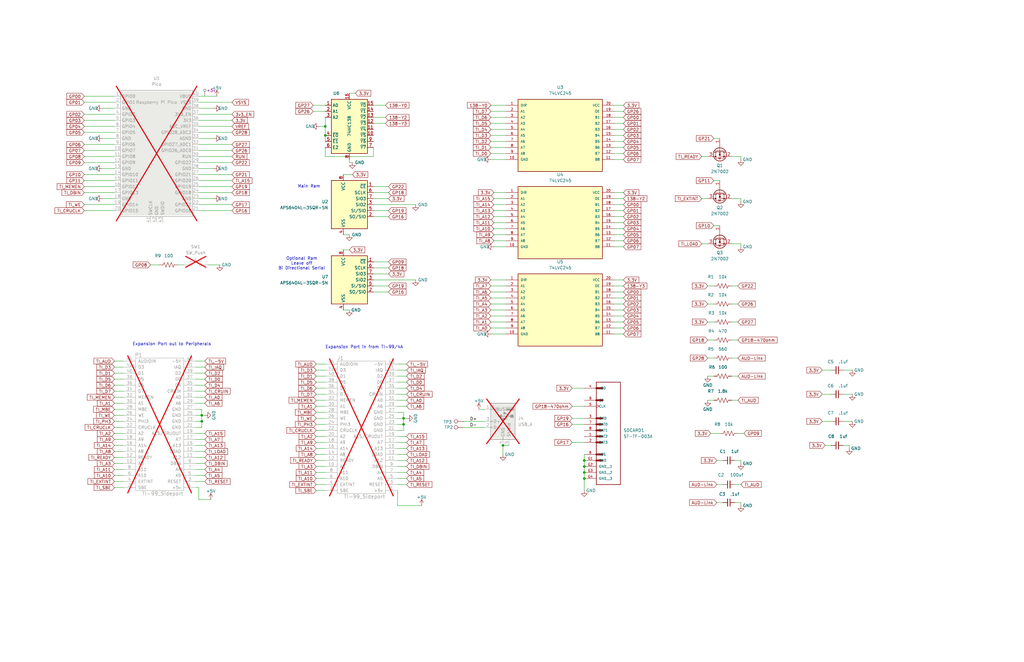
<source format=kicad_sch>
(kicad_sch (version 20231120) (generator "eeschema") (generator_version "8.0")
  (paper "B")
  (title_block (title "PPEB adapter for Speech Synth. Case") (date "2025-01-28") (rev "dabone-remix"))
  (junction (at 137.16 53.34))
  (junction (at 246.38 196.85))
  (junction (at 246.38 199.39))
  (junction (at 246.38 201.93))
  (junction (at 85.09 177.8))
  (junction (at 137.16 57.15))
  (junction (at 170.18 179.07))
  (junction (at 85.09 175.26))
  (junction (at 170.18 176.53))
  (junction (at 246.38 194.31))
  (junction (at 212.09 187.96))
  (wire (pts (xy 259.08 140.97) (xy 262.89 140.97)))
  (wire (pts (xy 35.56 76.2) (xy 48.26 76.2)))
  (wire (pts (xy 137.16 176.53) (xy 133.35 176.53)))
  (wire (pts (xy 195.58 177.8) (xy 204.47 177.8)))
  (wire (pts (xy 132.08 44.45) (xy 137.16 44.45)))
  (wire (pts (xy 157.48 86.36) (xy 175.26 86.36)))
  (wire (pts (xy 308.61 128.27) (xy 311.15 128.27)))
  (wire (pts (xy 52.07 175.26) (xy 48.26 175.26)))
  (wire (pts (xy 137.16 186.69) (xy 133.35 186.69)))
  (wire (pts (xy 207.01 130.81) (xy 213.36 130.81)))
  (wire (pts (xy 83.82 66.04) (xy 97.79 66.04)))
  (wire (pts (xy 207.01 46.99) (xy 213.36 46.99)))
  (wire (pts (xy 137.16 171.45) (xy 133.35 171.45)))
  (wire (pts (xy 157.48 118.11) (xy 175.26 118.11)))
  (wire (pts (xy 259.08 123.19) (xy 262.89 123.19)))
  (wire (pts (xy 295.91 102.87) (xy 298.45 102.87)))
  (wire (pts (xy 358.14 187.96) (xy 355.6 187.96)))
  (wire (pts (xy 312.42 104.14) (xy 312.42 102.87)))
  (wire (pts (xy 35.56 78.74) (xy 48.26 78.74)))
  (wire (pts (xy 355.6 156.21) (xy 359.41 156.21)))
  (wire (pts (xy 83.82 48.26) (xy 97.79 48.26)))
  (wire (pts (xy 35.56 40.64) (xy 48.26 40.64)))
  (wire (pts (xy 308.61 158.75) (xy 311.15 158.75)))
  (wire (pts (xy 295.91 83.82) (xy 298.45 83.82)))
  (wire (pts (xy 137.16 49.53) (xy 137.16 53.34)))
  (wire (pts (xy 312.42 85.09) (xy 312.42 83.82)))
  (wire (pts (xy 346.71 156.21) (xy 350.52 156.21)))
  (wire (pts (xy 259.08 57.15) (xy 262.89 57.15)))
  (wire (pts (xy 52.07 198.12) (xy 48.26 198.12)))
  (wire (pts (xy 52.07 185.42) (xy 48.26 185.42)))
  (wire (pts (xy 308.61 168.91) (xy 311.15 168.91)))
  (wire (pts (xy 241.3 186.69) (xy 246.38 186.69)))
  (wire (pts (xy 157.48 91.44) (xy 163.83 91.44)))
  (wire (pts (xy 157.48 123.19) (xy 163.83 123.19)))
  (wire (pts (xy 259.08 128.27) (xy 262.89 128.27)))
  (wire (pts (xy 85.09 177.8) (xy 85.09 180.34)))
  (wire (pts (xy 167.64 176.53) (xy 170.18 176.53)))
  (wire (pts (xy 43.18 83.82) (xy 48.26 83.82)))
  (wire (pts (xy 82.55 160.02) (xy 86.36 160.02)))
  (wire (pts (xy 298.45 120.65) (xy 300.99 120.65)))
  (wire (pts (xy 133.35 173.99) (xy 137.16 173.99)))
  (wire (pts (xy 207.01 118.11) (xy 213.36 118.11)))
  (wire (pts (xy 132.08 46.99) (xy 137.16 46.99)))
  (wire (pts (xy 298.45 128.27) (xy 300.99 128.27)))
  (wire (pts (xy 82.55 162.56) (xy 86.36 162.56)))
  (wire (pts (xy 312.42 83.82) (xy 308.61 83.82)))
  (wire (pts (xy 246.38 194.31) (xy 246.38 196.85)))
  (wire (pts (xy 48.26 154.94) (xy 52.07 154.94)))
  (wire (pts (xy 83.82 76.2) (xy 97.79 76.2)))
  (wire (pts (xy 298.45 151.13) (xy 300.99 151.13)))
  (wire (pts (xy 167.64 166.37) (xy 171.45 166.37)))
  (wire (pts (xy 167.64 213.36) (xy 177.8 213.36)))
  (wire (pts (xy 82.55 175.26) (xy 85.09 175.26)))
  (wire (pts (xy 43.18 71.12) (xy 48.26 71.12)))
  (wire (pts (xy 48.26 177.8) (xy 52.07 177.8)))
  (wire (pts (xy 309.88 204.47) (xy 312.42 204.47)))
  (wire (pts (xy 85.09 175.26) (xy 85.09 177.8)))
  (wire (pts (xy 35.56 43.18) (xy 48.26 43.18)))
  (wire (pts (xy 298.45 143.51) (xy 300.99 143.51)))
  (wire (pts (xy 207.01 128.27) (xy 213.36 128.27)))
  (wire (pts (xy 259.08 125.73) (xy 262.89 125.73)))
  (wire (pts (xy 35.56 50.8) (xy 48.26 50.8)))
  (wire (pts (xy 170.18 176.53) (xy 170.18 179.07)))
  (wire (pts (xy 48.26 193.04) (xy 52.07 193.04)))
  (wire (pts (xy 157.48 83.82) (xy 163.83 83.82)))
  (wire (pts (xy 63.5 111.76) (xy 67.31 111.76)))
  (wire (pts (xy 83.82 45.72) (xy 90.17 45.72)))
  (wire (pts (xy 259.08 86.36) (xy 262.89 86.36)))
  (wire (pts (xy 259.08 133.35) (xy 262.89 133.35)))
  (wire (pts (xy 82.55 198.12) (xy 86.36 198.12)))
  (wire (pts (xy 137.16 199.39) (xy 133.35 199.39)))
  (wire (pts (xy 167.64 207.01) (xy 167.64 213.36)))
  (wire (pts (xy 48.26 152.4) (xy 52.07 152.4)))
  (wire (pts (xy 259.08 59.69) (xy 262.89 59.69)))
  (wire (pts (xy 358.14 189.23) (xy 358.14 187.96)))
  (wire (pts (xy 52.07 200.66) (xy 48.26 200.66)))
  (wire (pts (xy 133.35 194.31) (xy 137.16 194.31)))
  (wire (pts (xy 157.48 52.07) (xy 162.56 52.07)))
  (wire (pts (xy 82.55 165.1) (xy 86.36 165.1)))
  (wire (pts (xy 302.26 212.09) (xy 304.8 212.09)))
  (wire (pts (xy 157.48 49.53) (xy 162.56 49.53)))
  (wire (pts (xy 82.55 182.88) (xy 86.36 182.88)))
  (wire (pts (xy 82.55 205.74) (xy 83.82 205.74)))
  (wire (pts (xy 207.01 49.53) (xy 213.36 49.53)))
  (wire (pts (xy 302.26 204.47) (xy 304.8 204.47)))
  (wire (pts (xy 52.07 180.34) (xy 48.26 180.34)))
  (wire (pts (xy 83.82 58.42) (xy 90.17 58.42)))
  (wire (pts (xy 137.16 53.34) (xy 137.16 57.15)))
  (wire (pts (xy 355.6 166.37) (xy 359.41 166.37)))
  (wire (pts (xy 295.91 66.04) (xy 298.45 66.04)))
  (wire (pts (xy 207.01 120.65) (xy 213.36 120.65)))
  (wire (pts (xy 259.08 54.61) (xy 262.89 54.61)))
  (wire (pts (xy 85.09 180.34) (xy 82.55 180.34)))
  (wire (pts (xy 133.35 163.83) (xy 137.16 163.83)))
  (wire (pts (xy 259.08 135.89) (xy 262.89 135.89)))
  (wire (pts (xy 137.16 191.77) (xy 133.35 191.77)))
  (wire (pts (xy 170.18 179.07) (xy 170.18 181.61)))
  (wire (pts (xy 83.82 63.5) (xy 97.79 63.5)))
  (wire (pts (xy 167.64 201.93) (xy 171.45 201.93)))
  (wire (pts (xy 167.64 163.83) (xy 171.45 163.83)))
  (wire (pts (xy 157.48 81.28) (xy 163.83 81.28)))
  (wire (pts (xy 43.18 45.72) (xy 48.26 45.72)))
  (wire (pts (xy 167.64 158.75) (xy 171.45 158.75)))
  (wire (pts (xy 312.42 66.04) (xy 308.61 66.04)))
  (wire (pts (xy 133.35 179.07) (xy 137.16 179.07)))
  (wire (pts (xy 83.82 68.58) (xy 97.79 68.58)))
  (wire (pts (xy 312.42 102.87) (xy 308.61 102.87)))
  (wire (pts (xy 208.28 86.36) (xy 213.36 86.36)))
  (wire (pts (xy 300.99 58.42) (xy 303.53 58.42)))
  (wire (pts (xy 137.16 189.23) (xy 133.35 189.23)))
  (wire (pts (xy 52.07 190.5) (xy 48.26 190.5)))
  (wire (pts (xy 137.16 66.04) (xy 157.48 66.04)))
  (wire (pts (xy 259.08 88.9) (xy 262.89 88.9)))
  (wire (pts (xy 74.93 111.76) (xy 77.47 111.76)))
  (wire (pts (xy 208.28 96.52) (xy 213.36 96.52)))
  (wire (pts (xy 167.64 168.91) (xy 171.45 168.91)))
  (wire (pts (xy 52.07 167.64) (xy 48.26 167.64)))
  (wire (pts (xy 83.82 83.82) (xy 90.17 83.82)))
  (wire (pts (xy 207.01 67.31) (xy 213.36 67.31)))
  (wire (pts (xy 52.07 170.18) (xy 48.26 170.18)))
  (wire (pts (xy 355.6 177.8) (xy 359.41 177.8)))
  (wire (pts (xy 83.82 88.9) (xy 97.79 88.9)))
  (wire (pts (xy 82.55 177.8) (xy 85.09 177.8)))
  (wire (pts (xy 82.55 152.4) (xy 86.36 152.4)))
  (wire (pts (xy 309.88 212.09) (xy 312.42 212.09)))
  (wire (pts (xy 259.08 49.53) (xy 262.89 49.53)))
  (wire (pts (xy 133.35 156.21) (xy 137.16 156.21)))
  (wire (pts (xy 157.48 62.23) (xy 157.48 66.04)))
  (wire (pts (xy 147.32 68.58) (xy 147.32 67.31)))
  (wire (pts (xy 137.16 181.61) (xy 133.35 181.61)))
  (wire (pts (xy 133.35 153.67) (xy 137.16 153.67)))
  (wire (pts (xy 299.72 182.88) (xy 303.53 182.88)))
  (wire (pts (xy 207.01 54.61) (xy 213.36 54.61)))
  (wire (pts (xy 259.08 52.07) (xy 262.89 52.07)))
  (wire (pts (xy 212.09 187.96) (xy 212.09 191.77)))
  (wire (pts (xy 83.82 40.64) (xy 91.44 40.64)))
  (wire (pts (xy 83.82 81.28) (xy 97.79 81.28)))
  (wire (pts (xy 137.16 168.91) (xy 133.35 168.91)))
  (wire (pts (xy 259.08 81.28) (xy 262.89 81.28)))
  (wire (pts (xy 195.58 180.34) (xy 204.47 180.34)))
  (wire (pts (xy 133.35 204.47) (xy 137.16 204.47)))
  (wire (pts (xy 35.56 81.28) (xy 48.26 81.28)))
  (wire (pts (xy 157.48 113.03) (xy 163.83 113.03)))
  (wire (pts (xy 157.48 120.65) (xy 163.83 120.65)))
  (wire (pts (xy 167.64 194.31) (xy 171.45 194.31)))
  (wire (pts (xy 35.56 48.26) (xy 48.26 48.26)))
  (wire (pts (xy 83.82 53.34) (xy 97.79 53.34)))
  (wire (pts (xy 82.55 170.18) (xy 86.36 170.18)))
  (wire (pts (xy 208.28 83.82) (xy 213.36 83.82)))
  (wire (pts (xy 144.78 99.06) (xy 147.32 99.06)))
  (wire (pts (xy 308.61 120.65) (xy 311.15 120.65)))
  (wire (pts (xy 170.18 181.61) (xy 167.64 181.61)))
  (wire (pts (xy 167.64 156.21) (xy 171.45 156.21)))
  (wire (pts (xy 52.07 187.96) (xy 48.26 187.96)))
  (wire (pts (xy 208.28 104.14) (xy 213.36 104.14)))
  (wire (pts (xy 312.42 67.31) (xy 312.42 66.04)))
  (wire (pts (xy 157.48 88.9) (xy 163.83 88.9)))
  (wire (pts (xy 207.01 62.23) (xy 213.36 62.23)))
  (wire (pts (xy 35.56 63.5) (xy 48.26 63.5)))
  (wire (pts (xy 259.08 62.23) (xy 262.89 62.23)))
  (wire (pts (xy 208.28 88.9) (xy 213.36 88.9)))
  (wire (pts (xy 311.15 182.88) (xy 313.69 182.88)))
  (wire (pts (xy 35.56 86.36) (xy 48.26 86.36)))
  (wire (pts (xy 82.55 195.58) (xy 86.36 195.58)))
  (wire (pts (xy 157.48 78.74) (xy 163.83 78.74)))
  (wire (pts (xy 167.64 196.85) (xy 171.45 196.85)))
  (wire (pts (xy 298.45 135.89) (xy 300.99 135.89)))
  (wire (pts (xy 259.08 44.45) (xy 262.89 44.45)))
  (wire (pts (xy 207.01 44.45) (xy 213.36 44.45)))
  (wire (pts (xy 167.64 199.39) (xy 171.45 199.39)))
  (wire (pts (xy 207.01 140.97) (xy 213.36 140.97)))
  (wire (pts (xy 35.56 66.04) (xy 48.26 66.04)))
  (wire (pts (xy 48.26 162.56) (xy 52.07 162.56)))
  (wire (pts (xy 133.35 158.75) (xy 137.16 158.75)))
  (wire (pts (xy 312.42 212.09) (xy 312.42 213.36)))
  (wire (pts (xy 35.56 60.96) (xy 48.26 60.96)))
  (wire (pts (xy 167.64 171.45) (xy 171.45 171.45)))
  (wire (pts (xy 167.64 184.15) (xy 171.45 184.15)))
  (wire (pts (xy 167.64 191.77) (xy 171.45 191.77)))
  (wire (pts (xy 259.08 93.98) (xy 262.89 93.98)))
  (wire (pts (xy 48.26 172.72) (xy 52.07 172.72)))
  (wire (pts (xy 346.71 166.37) (xy 350.52 166.37)))
  (wire (pts (xy 259.08 138.43) (xy 262.89 138.43)))
  (wire (pts (xy 35.56 55.88) (xy 48.26 55.88)))
  (wire (pts (xy 82.55 203.2) (xy 86.36 203.2)))
  (wire (pts (xy 246.38 201.93) (xy 246.38 207.01)))
  (wire (pts (xy 259.08 120.65) (xy 262.89 120.65)))
  (wire (pts (xy 87.63 111.76) (xy 92.71 111.76)))
  (wire (pts (xy 241.3 171.45) (xy 246.38 171.45)))
  (wire (pts (xy 137.16 57.15) (xy 137.16 59.69)))
  (wire (pts (xy 167.64 153.67) (xy 171.45 153.67)))
  (wire (pts (xy 83.82 73.66) (xy 97.79 73.66)))
  (wire (pts (xy 83.82 78.74) (xy 97.79 78.74)))
  (wire (pts (xy 241.3 179.07) (xy 246.38 179.07)))
  (wire (pts (xy 346.71 177.8) (xy 350.52 177.8)))
  (wire (pts (xy 48.26 203.2) (xy 52.07 203.2)))
  (wire (pts (xy 259.08 104.14) (xy 262.89 104.14)))
  (wire (pts (xy 207.01 123.19) (xy 213.36 123.19)))
  (wire (pts (xy 201.93 172.72) (xy 204.47 172.72)))
  (wire (pts (xy 312.42 194.31) (xy 309.88 194.31)))
  (wire (pts (xy 207.01 125.73) (xy 213.36 125.73)))
  (wire (pts (xy 167.64 189.23) (xy 171.45 189.23)))
  (wire (pts (xy 83.82 50.8) (xy 97.79 50.8)))
  (wire (pts (xy 259.08 83.82) (xy 262.89 83.82)))
  (wire (pts (xy 208.28 93.98) (xy 213.36 93.98)))
  (wire (pts (xy 43.18 58.42) (xy 48.26 58.42)))
  (wire (pts (xy 52.07 182.88) (xy 48.26 182.88)))
  (wire (pts (xy 144.78 130.81) (xy 147.32 130.81)))
  (wire (pts (xy 208.28 101.6) (xy 213.36 101.6)))
  (wire (pts (xy 208.28 81.28) (xy 213.36 81.28)))
  (wire (pts (xy 246.38 191.77) (xy 246.38 194.31)))
  (wire (pts (xy 167.64 173.99) (xy 170.18 173.99)))
  (wire (pts (xy 83.82 43.18) (xy 97.79 43.18)))
  (wire (pts (xy 259.08 130.81) (xy 262.89 130.81)))
  (wire (pts (xy 207.01 138.43) (xy 213.36 138.43)))
  (wire (pts (xy 157.48 44.45) (xy 162.56 44.45)))
  (wire (pts (xy 212.09 187.96) (xy 214.63 187.96)))
  (wire (pts (xy 298.45 168.91) (xy 300.99 168.91)))
  (wire (pts (xy 170.18 173.99) (xy 170.18 176.53)))
  (wire (pts (xy 259.08 99.06) (xy 262.89 99.06)))
  (wire (pts (xy 208.28 91.44) (xy 213.36 91.44)))
  (wire (pts (xy 85.09 172.72) (xy 85.09 175.26)))
  (wire (pts (xy 259.08 64.77) (xy 262.89 64.77)))
  (wire (pts (xy 83.82 205.74) (xy 83.82 210.82)))
  (wire (pts (xy 144.78 105.41) (xy 147.32 105.41)))
  (wire (pts (xy 167.64 179.07) (xy 170.18 179.07)))
  (wire (pts (xy 312.42 195.58) (xy 312.42 194.31)))
  (wire (pts (xy 167.64 186.69) (xy 171.45 186.69)))
  (wire (pts (xy 35.56 68.58) (xy 48.26 68.58)))
  (wire (pts (xy 308.61 135.89) (xy 311.15 135.89)))
  (wire (pts (xy 207.01 135.89) (xy 213.36 135.89)))
  (wire (pts (xy 308.61 143.51) (xy 311.15 143.51)))
  (wire (pts (xy 137.16 62.23) (xy 137.16 66.04)))
  (wire (pts (xy 308.61 151.13) (xy 311.15 151.13)))
  (wire (pts (xy 83.82 55.88) (xy 97.79 55.88)))
  (wire (pts (xy 259.08 46.99) (xy 262.89 46.99)))
  (wire (pts (xy 157.48 110.49) (xy 163.83 110.49)))
  (wire (pts (xy 147.32 39.37) (xy 149.86 39.37)))
  (wire (pts (xy 259.08 96.52) (xy 262.89 96.52)))
  (wire (pts (xy 133.35 166.37) (xy 137.16 166.37)))
  (wire (pts (xy 137.16 184.15) (xy 133.35 184.15)))
  (wire (pts (xy 241.3 176.53) (xy 246.38 176.53)))
  (wire (pts (xy 300.99 95.25) (xy 303.53 95.25)))
  (wire (pts (xy 207.01 57.15) (xy 213.36 57.15)))
  (wire (pts (xy 48.26 205.74) (xy 52.07 205.74)))
  (wire (pts (xy 259.08 101.6) (xy 262.89 101.6)))
  (wire (pts (xy 82.55 193.04) (xy 86.36 193.04)))
  (wire (pts (xy 82.55 190.5) (xy 86.36 190.5)))
  (wire (pts (xy 35.56 53.34) (xy 48.26 53.34)))
  (wire (pts (xy 208.28 99.06) (xy 213.36 99.06)))
  (wire (pts (xy 48.26 165.1) (xy 52.07 165.1)))
  (wire (pts (xy 259.08 91.44) (xy 262.89 91.44)))
  (wire (pts (xy 302.26 194.31) (xy 304.8 194.31)))
  (wire (pts (xy 207.01 64.77) (xy 213.36 64.77)))
  (wire (pts (xy 35.56 73.66) (xy 48.26 73.66)))
  (wire (pts (xy 157.48 115.57) (xy 163.83 115.57)))
  (wire (pts (xy 82.55 154.94) (xy 86.36 154.94)))
  (wire (pts (xy 82.55 200.66) (xy 86.36 200.66)))
  (wire (pts (xy 52.07 195.58) (xy 48.26 195.58)))
  (wire (pts (xy 148.59 68.58) (xy 147.32 68.58)))
  (wire (pts (xy 85.09 175.26) (xy 86.36 175.26)))
  (wire (pts (xy 133.35 161.29) (xy 137.16 161.29)))
  (wire (pts (xy 259.08 118.11) (xy 262.89 118.11)))
  (wire (pts (xy 246.38 199.39) (xy 246.38 201.93)))
  (wire (pts (xy 82.55 185.42) (xy 86.36 185.42)))
  (wire (pts (xy 298.45 158.75) (xy 300.99 158.75)))
  (wire (pts (xy 137.16 201.93) (xy 133.35 201.93)))
  (wire (pts (xy 83.82 86.36) (xy 97.79 86.36)))
  (wire (pts (xy 241.3 163.83) (xy 246.38 163.83)))
  (wire (pts (xy 170.18 176.53) (xy 171.45 176.53)))
  (wire (pts (xy 48.26 160.02) (xy 52.07 160.02)))
  (wire (pts (xy 137.16 196.85) (xy 133.35 196.85)))
  (wire (pts (xy 167.64 204.47) (xy 171.45 204.47)))
  (wire (pts (xy 167.64 161.29) (xy 171.45 161.29)))
  (wire (pts (xy 82.55 172.72) (xy 85.09 172.72)))
  (wire (pts (xy 134.62 53.34) (xy 137.16 53.34)))
  (wire (pts (xy 82.55 167.64) (xy 86.36 167.64)))
  (wire (pts (xy 82.55 157.48) (xy 86.36 157.48)))
  (wire (pts (xy 48.26 157.48) (xy 52.07 157.48)))
  (wire (pts (xy 207.01 52.07) (xy 213.36 52.07)))
  (wire (pts (xy 35.56 88.9) (xy 48.26 88.9)))
  (wire (pts (xy 347.98 187.96) (xy 350.52 187.96)))
  (wire (pts (xy 207.01 133.35) (xy 213.36 133.35)))
  (wire (pts (xy 83.82 71.12) (xy 90.17 71.12)))
  (wire (pts (xy 246.38 196.85) (xy 246.38 199.39)))
  (wire (pts (xy 144.78 73.66) (xy 148.59 73.66)))
  (wire (pts (xy 259.08 67.31) (xy 262.89 67.31)))
  (wire (pts (xy 83.82 60.96) (xy 97.79 60.96)))
  (wire (pts (xy 133.35 207.01) (xy 137.16 207.01)))
  (wire (pts (xy 82.55 187.96) (xy 86.36 187.96)))
  (wire (pts (xy 83.82 210.82) (xy 88.9 210.82)))
  (wire (pts (xy 207.01 59.69) (xy 213.36 59.69)))
  (wire (pts (xy 300.99 76.2) (xy 303.53 76.2)))
  (text "Optional Ram\nLeave off\nBi Directional Serial\n" (at 127.254 111.252 0) (effects (font (size 1.27 1.27))))
  (text "Expansion Port out to Peripherals" (at 55.88 146.05 0) (effects (font (size 1.27 1.27)) (justify left bottom)))
  (text "Main Ram" (at 130.302 78.74 0) (effects (font (size 1.27 1.27))))
  (text "Expansion Port in from TI-99/4A" (at 137.16 147.32 0) (effects (font (size 1.27 1.27)) (justify left bottom)))
  (label "D+" (at 198.12 177.8 0))
  (label "D-" (at 198.12 180.34 0))
  (global_label "TI_A1" (shape input) (at 133.35 171.45 180) (property "Intersheetrefs" "${INTERSHEET_REFS}" (effects (hide yes))))
  (global_label "TI_A6" (shape input) (at 86.36 170.18 0) (property "Intersheetrefs" "${INTERSHEET_REFS}" (effects (hide yes))))
  (global_label "GP07" (shape input) (at 262.89 140.97 0) (property "Intersheetrefs" "${INTERSHEET_REFS}" (effects (hide yes))))
  (global_label "TI_WE" (shape input) (at 48.26 175.26 180) (property "Intersheetrefs" "${INTERSHEET_REFS}" (effects (hide yes))))
  (global_label "TI_A5" (shape input) (at 86.36 200.66 0) (property "Intersheetrefs" "${INTERSHEET_REFS}" (effects (hide yes))))
  (global_label "3.3V" (shape input) (at 208.28 81.28 180) (property "Intersheetrefs" "${INTERSHEET_REFS}" (effects (hide yes))))
  (global_label "GP06" (shape input) (at 262.89 138.43 0) (property "Intersheetrefs" "${INTERSHEET_REFS}" (effects (hide yes))))
  (global_label "GP02" (shape input) (at 262.89 54.61 0) (property "Intersheetrefs" "${INTERSHEET_REFS}" (effects (hide yes))))
  (global_label "GP07" (shape input) (at 262.89 104.14 0) (property "Intersheetrefs" "${INTERSHEET_REFS}" (effects (hide yes))))
  (global_label "TI_A10" (shape input) (at 133.35 201.93 180) (property "Intersheetrefs" "${INTERSHEET_REFS}" (effects (hide yes))))
  (global_label "3.3V" (shape input) (at 148.59 73.66 0) (property "Intersheetrefs" "${INTERSHEET_REFS}" (effects (hide yes))))
  (global_label "TI_A3" (shape input) (at 48.26 195.58 180) (property "Intersheetrefs" "${INTERSHEET_REFS}" (effects (hide yes))))
  (global_label "AUD-Link" (shape input) (at 311.15 158.75 0) (property "Intersheetrefs" "${INTERSHEET_REFS}" (effects (hide yes))))
  (global_label "3.3V" (shape input) (at 241.3 163.83 180) (property "Intersheetrefs" "${INTERSHEET_REFS}" (effects (hide yes))))
  (global_label "TI_MEMEN" (shape input) (at 133.35 168.91 180) (property "Intersheetrefs" "${INTERSHEET_REFS}" (effects (hide yes))))
  (global_label "TI_D1" (shape input) (at 48.26 157.48 180) (property "Intersheetrefs" "${INTERSHEET_REFS}" (effects (hide yes))))
  (global_label "TI_A5" (shape input) (at 171.45 201.93 0) (property "Intersheetrefs" "${INTERSHEET_REFS}" (effects (hide yes))))
  (global_label "TI_D0" (shape input) (at 207.01 64.77 180) (property "Intersheetrefs" "${INTERSHEET_REFS}" (effects (hide yes))))
  (global_label "3.3V" (shape input) (at 298.45 120.65 180) (property "Intersheetrefs" "${INTERSHEET_REFS}" (effects (hide yes))))
  (global_label "TI_D6" (shape input) (at 207.01 49.53 180) (property "Intersheetrefs" "${INTERSHEET_REFS}" (effects (hide yes))))
  (global_label "TI_A0" (shape input) (at 86.36 167.64 0) (property "Intersheetrefs" "${INTERSHEET_REFS}" (effects (hide yes))))
  (global_label "TI_A13" (shape input) (at 171.45 189.23 0) (property "Intersheetrefs" "${INTERSHEET_REFS}" (effects (hide yes))))
  (global_label "TI_DBIN" (shape input) (at 171.45 196.85 0) (property "Intersheetrefs" "${INTERSHEET_REFS}" (effects (hide yes))))
  (global_label "GP09" (shape input) (at 313.69 182.88 0) (property "Intersheetrefs" "${INTERSHEET_REFS}" (effects (hide yes))))
  (global_label "TI_CRUCLK" (shape input) (at 48.26 180.34 180) (property "Intersheetrefs" "${INTERSHEET_REFS}" (effects (hide yes))))
  (global_label "TI_MBE" (shape input) (at 133.35 173.99 180) (property "Intersheetrefs" "${INTERSHEET_REFS}" (effects (hide yes))))
  (global_label "TI_CRUIN" (shape input) (at 171.45 166.37 0) (property "Intersheetrefs" "${INTERSHEET_REFS}" (effects (hide yes))))
  (global_label "TI_A4" (shape input) (at 207.01 128.27 180) (property "Intersheetrefs" "${INTERSHEET_REFS}" (effects (hide yes))))
  (global_label "TI_A7" (shape input) (at 171.45 186.69 0) (property "Intersheetrefs" "${INTERSHEET_REFS}" (effects (hide yes))))
  (global_label "GP00" (shape input) (at 262.89 86.36 0) (property "Intersheetrefs" "${INTERSHEET_REFS}" (effects (hide yes))))
  (global_label "TI_A7" (shape input) (at 207.01 120.65 180) (property "Intersheetrefs" "${INTERSHEET_REFS}" (effects (hide yes))))
  (global_label "VSYS" (shape input) (at 97.79 43.18 0) (property "Intersheetrefs" "${INTERSHEET_REFS}" (effects (hide yes))))
  (global_label "3.3V" (shape input) (at 299.72 182.88 180) (property "Intersheetrefs" "${INTERSHEET_REFS}" (effects (hide yes))))
  (global_label "GP18-470ohm" (shape input) (at 311.15 143.51 0) (property "Intersheetrefs" "${INTERSHEET_REFS}" (effects (hide yes))))
  (global_label "TI_D3" (shape input) (at 48.26 154.94 180) (property "Intersheetrefs" "${INTERSHEET_REFS}" (effects (hide yes))))
  (global_label "GP02" (shape input) (at 262.89 128.27 0) (property "Intersheetrefs" "${INTERSHEET_REFS}" (effects (hide yes))))
  (global_label "GP22" (shape input) (at 97.79 68.58 0) (property "Intersheetrefs" "${INTERSHEET_REFS}" (effects (hide yes))))
  (global_label "3.3V" (shape input) (at 207.01 118.11 180) (property "Intersheetrefs" "${INTERSHEET_REFS}" (effects (hide yes))))
  (global_label "GP21" (shape input) (at 97.79 73.66 0) (property "Intersheetrefs" "${INTERSHEET_REFS}" (effects (hide yes))))
  (global_label "TI_IAQ" (shape input) (at 171.45 156.21 0) (property "Intersheetrefs" "${INTERSHEET_REFS}" (effects (hide yes))))
  (global_label "GP05" (shape input) (at 262.89 62.23 0) (property "Intersheetrefs" "${INTERSHEET_REFS}" (effects (hide yes))))
  (global_label "TI_A5" (shape input) (at 207.01 125.73 180) (property "Intersheetrefs" "${INTERSHEET_REFS}" (effects (hide yes))))
  (global_label "GP18" (shape input) (at 298.45 143.51 180) (property "Intersheetrefs" "${INTERSHEET_REFS}" (effects (hide yes))))
  (global_label "GP16" (shape input) (at 163.83 123.19 0) (property "Intersheetrefs" "${INTERSHEET_REFS}" (effects (hide yes))))
  (global_label "TI_DBIN" (shape input) (at 35.56 81.28 180) (property "Intersheetrefs" "${INTERSHEET_REFS}" (effects (hide yes))))
  (global_label "GP01" (shape input) (at 262.89 52.07 0) (property "Intersheetrefs" "${INTERSHEET_REFS}" (effects (hide yes))))
  (global_label "TI_A13" (shape input) (at 86.36 187.96 0) (property "Intersheetrefs" "${INTERSHEET_REFS}" (effects (hide yes))))
  (global_label "GP01" (shape input) (at 262.89 88.9 0) (property "Intersheetrefs" "${INTERSHEET_REFS}" (effects (hide yes))))
  (global_label "TI_A3" (shape input) (at 207.01 130.81 180) (property "Intersheetrefs" "${INTERSHEET_REFS}" (effects (hide yes))))
  (global_label "AUD-Link" (shape input) (at 311.15 151.13 0) (property "Intersheetrefs" "${INTERSHEET_REFS}" (effects (hide yes))))
  (global_label "TI_D5" (shape input) (at 48.26 160.02 180) (property "Intersheetrefs" "${INTERSHEET_REFS}" (effects (hide yes))))
  (global_label "TI_A9" (shape input) (at 48.26 185.42 180) (property "Intersheetrefs" "${INTERSHEET_REFS}" (effects (hide yes))))
  (global_label "GP05" (shape input) (at 35.56 55.88 180) (property "Intersheetrefs" "${INTERSHEET_REFS}" (effects (hide yes))))
  (global_label "TI_D1" (shape input) (at 133.35 158.75 180) (property "Intersheetrefs" "${INTERSHEET_REFS}" (effects (hide yes))))
  (global_label "TI_A15" (shape input) (at 97.79 76.2 0) (property "Intersheetrefs" "${INTERSHEET_REFS}" (effects (hide yes))))
  (global_label "TI_EXTINT" (shape input) (at 48.26 203.2 180) (property "Intersheetrefs" "${INTERSHEET_REFS}" (effects (hide yes))))
  (global_label "GP28" (shape input) (at 97.79 55.88 0) (property "Intersheetrefs" "${INTERSHEET_REFS}" (effects (hide yes))))
  (global_label "TI_A15" (shape input) (at 86.36 182.88 0) (property "Intersheetrefs" "${INTERSHEET_REFS}" (effects (hide yes))))
  (global_label "TI_A14" (shape input) (at 208.28 86.36 180) (property "Intersheetrefs" "${INTERSHEET_REFS}" (effects (hide yes))))
  (global_label "TI_READY" (shape input) (at 133.35 194.31 180) (property "Intersheetrefs" "${INTERSHEET_REFS}" (effects (hide yes))))
  (global_label "TI_MBE" (shape input) (at 48.26 172.72 180) (property "Intersheetrefs" "${INTERSHEET_REFS}" (effects (hide yes))))
  (global_label "AUD-Link" (shape input) (at 302.26 212.09 180) (property "Intersheetrefs" "${INTERSHEET_REFS}" (effects (hide yes))))
  (global_label "TI_AUD" (shape input) (at 48.26 152.4 180) (property "Intersheetrefs" "${INTERSHEET_REFS}" (effects (hide yes))))
  (global_label "GP04" (shape input) (at 262.89 59.69 0) (property "Intersheetrefs" "${INTERSHEET_REFS}" (effects (hide yes))))
  (global_label "TI_A12" (shape input) (at 171.45 194.31 0) (property "Intersheetrefs" "${INTERSHEET_REFS}" (effects (hide yes))))
  (global_label "TI_EXTINT" (shape input) (at 295.91 83.82 180) (property "Intersheetrefs" "${INTERSHEET_REFS}" (effects (hide yes))))
  (global_label "3.3V" (shape input) (at 149.86 39.37 0) (property "Intersheetrefs" "${INTERSHEET_REFS}" (effects (hide yes))))
  (global_label "GP17" (shape input) (at 241.3 186.69 180) (property "Intersheetrefs" "${INTERSHEET_REFS}" (effects (hide yes))))
  (global_label "TI_RESET" (shape input) (at 86.36 203.2 0) (property "Intersheetrefs" "${INTERSHEET_REFS}" (effects (hide yes))))
  (global_label "TI_AUD" (shape input) (at 133.35 153.67 180) (property "Intersheetrefs" "${INTERSHEET_REFS}" (effects (hide yes))))
  (global_label "GP01" (shape input) (at 262.89 125.73 0) (property "Intersheetrefs" "${INTERSHEET_REFS}" (effects (hide yes))))
  (global_label "3.3V" (shape input) (at 262.89 44.45 0) (property "Intersheetrefs" "${INTERSHEET_REFS}" (effects (hide yes))))
  (global_label "GP21" (shape input) (at 300.99 58.42 180) (property "Intersheetrefs" "${INTERSHEET_REFS}" (effects (hide yes))))
  (global_label "TI_A2" (shape input) (at 207.01 133.35 180) (property "Intersheetrefs" "${INTERSHEET_REFS}" (effects (hide yes))))
  (global_label "TI_D3" (shape input) (at 133.35 156.21 180) (property "Intersheetrefs" "${INTERSHEET_REFS}" (effects (hide yes))))
  (global_label "TI_LOAD" (shape input) (at 171.45 191.77 0) (property "Intersheetrefs" "${INTERSHEET_REFS}" (effects (hide yes))))
  (global_label "TI_A0" (shape input) (at 207.01 138.43 180) (property "Intersheetrefs" "${INTERSHEET_REFS}" (effects (hide yes))))
  (global_label "GP08" (shape input) (at 35.56 66.04 180) (property "Intersheetrefs" "${INTERSHEET_REFS}" (effects (hide yes))))
  (global_label "GP28" (shape input) (at 298.45 151.13 180) (property "Intersheetrefs" "${INTERSHEET_REFS}" (effects (hide yes))))
  (global_label "TI_A4" (shape input) (at 86.36 198.12 0) (property "Intersheetrefs" "${INTERSHEET_REFS}" (effects (hide yes))))
  (global_label "TI_MEMEN" (shape input) (at 35.56 78.74 180) (property "Intersheetrefs" "${INTERSHEET_REFS}" (effects (hide yes))))
  (global_label "138-Y3" (shape input) (at 162.56 52.07 0) (property "Intersheetrefs" "${INTERSHEET_REFS}" (effects (hide yes))))
  (global_label "GP18-470ohm" (shape input) (at 241.3 171.45 180) (property "Intersheetrefs" "${INTERSHEET_REFS}" (effects (hide yes))))
  (global_label "TI_D2" (shape input) (at 86.36 157.48 0) (property "Intersheetrefs" "${INTERSHEET_REFS}" (effects (hide yes))))
  (global_label "TI_A8" (shape input) (at 48.26 190.5 180) (property "Intersheetrefs" "${INTERSHEET_REFS}" (effects (hide yes))))
  (global_label "GP06" (shape input) (at 262.89 64.77 0) (property "Intersheetrefs" "${INTERSHEET_REFS}" (effects (hide yes))))
  (global_label "TI_A4" (shape input) (at 171.45 199.39 0) (property "Intersheetrefs" "${INTERSHEET_REFS}" (effects (hide yes))))
  (global_label "TI_PH3" (shape input) (at 48.26 177.8 180) (property "Intersheetrefs" "${INTERSHEET_REFS}" (effects (hide yes))))
  (global_label "GP16" (shape input) (at 163.83 91.44 0) (property "Intersheetrefs" "${INTERSHEET_REFS}" (effects (hide yes))))
  (global_label "GP04" (shape input) (at 262.89 96.52 0) (property "Intersheetrefs" "${INTERSHEET_REFS}" (effects (hide yes))))
  (global_label "TI_A9" (shape input) (at 208.28 99.06 180) (property "Intersheetrefs" "${INTERSHEET_REFS}" (effects (hide yes))))
  (global_label "TI_D6" (shape input) (at 48.26 162.56 180) (property "Intersheetrefs" "${INTERSHEET_REFS}" (effects (hide yes))))
  (global_label "TI_D6" (shape input) (at 133.35 163.83 180) (property "Intersheetrefs" "${INTERSHEET_REFS}" (effects (hide yes))))
  (global_label "GP09" (shape input) (at 35.56 68.58 180) (property "Intersheetrefs" "${INTERSHEET_REFS}" (effects (hide yes))))
  (global_label "GP27" (shape input) (at 132.08 44.45 180) (property "Intersheetrefs" "${INTERSHEET_REFS}" (effects (hide yes))))
  (global_label "GP26" (shape input) (at 262.89 46.99 0) (property "Intersheetrefs" "${INTERSHEET_REFS}" (effects (hide yes))))
  (global_label "138-Y0" (shape input) (at 207.01 44.45 180) (property "Intersheetrefs" "${INTERSHEET_REFS}" (effects (hide yes))))
  (global_label "TI_CRUCLK" (shape input) (at 133.35 181.61 180) (property "Intersheetrefs" "${INTERSHEET_REFS}" (effects (hide yes))))
  (global_label "TI_PH3" (shape input) (at 133.35 179.07 180) (property "Intersheetrefs" "${INTERSHEET_REFS}" (effects (hide yes))))
  (global_label "GP02" (shape input) (at 262.89 91.44 0) (property "Intersheetrefs" "${INTERSHEET_REFS}" (effects (hide yes))))
  (global_label "GP03" (shape input) (at 35.56 50.8 180) (property "Intersheetrefs" "${INTERSHEET_REFS}" (effects (hide yes))))
  (global_label "GP07" (shape input) (at 35.56 63.5 180) (property "Intersheetrefs" "${INTERSHEET_REFS}" (effects (hide yes))))
  (global_label "TI_-5V" (shape input) (at 86.36 152.4 0) (property "Intersheetrefs" "${INTERSHEET_REFS}" (effects (hide yes))))
  (global_label "GP03" (shape input) (at 262.89 93.98 0) (property "Intersheetrefs" "${INTERSHEET_REFS}" (effects (hide yes))))
  (global_label "GP26" (shape input) (at 311.15 128.27 0) (property "Intersheetrefs" "${INTERSHEET_REFS}" (effects (hide yes))))
  (global_label "TI_A11" (shape input) (at 133.35 199.39 180) (property "Intersheetrefs" "${INTERSHEET_REFS}" (effects (hide yes))))
  (global_label "TI_SBE" (shape input) (at 48.26 205.74 180) (property "Intersheetrefs" "${INTERSHEET_REFS}" (effects (hide yes))))
  (global_label "TI_D7" (shape input) (at 133.35 166.37 180) (property "Intersheetrefs" "${INTERSHEET_REFS}" (effects (hide yes))))
  (global_label "TI_A7" (shape input) (at 86.36 185.42 0) (property "Intersheetrefs" "${INTERSHEET_REFS}" (effects (hide yes))))
  (global_label "GP03" (shape input) (at 262.89 130.81 0) (property "Intersheetrefs" "${INTERSHEET_REFS}" (effects (hide yes))))
  (global_label "VREF" (shape input) (at 97.79 53.34 0) (property "Intersheetrefs" "${INTERSHEET_REFS}" (effects (hide yes))))
  (global_label "TI_WE" (shape input) (at 35.56 86.36 180) (property "Intersheetrefs" "${INTERSHEET_REFS}" (effects (hide yes))))
  (global_label "TI_EXTINT" (shape input) (at 133.35 204.47 180) (property "Intersheetrefs" "${INTERSHEET_REFS}" (effects (hide yes))))
  (global_label "GP26" (shape input) (at 132.08 46.99 180) (property "Intersheetrefs" "${INTERSHEET_REFS}" (effects (hide yes))))
  (global_label "TI_D4" (shape input) (at 86.36 162.56 0) (property "Intersheetrefs" "${INTERSHEET_REFS}" (effects (hide yes))))
  (global_label "TI_A11" (shape input) (at 208.28 93.98 180) (property "Intersheetrefs" "${INTERSHEET_REFS}" (effects (hide yes))))
  (global_label "TI_-5V" (shape input) (at 171.45 153.67 0) (property "Intersheetrefs" "${INTERSHEET_REFS}" (effects (hide yes))))
  (global_label "138-Y3" (shape input) (at 262.89 120.65 0) (property "Intersheetrefs" "${INTERSHEET_REFS}" (effects (hide yes))))
  (global_label "TI_A13" (shape input) (at 208.28 88.9 180) (property "Intersheetrefs" "${INTERSHEET_REFS}" (effects (hide yes))))
  (global_label "GP16" (shape input) (at 97.79 88.9 0) (property "Intersheetrefs" "${INTERSHEET_REFS}" (effects (hide yes))))
  (global_label "RUN" (shape input) (at 97.79 66.04 0) (property "Intersheetrefs" "${INTERSHEET_REFS}" (effects (hide yes))))
  (global_label "3.3V" (shape input) (at 298.45 128.27 180) (property "Intersheetrefs" "${INTERSHEET_REFS}" (effects (hide yes))))
  (global_label "3.3V" (shape input) (at 163.83 83.82 0) (property "Intersheetrefs" "${INTERSHEET_REFS}" (effects (hide yes))))
  (global_label "3.3V" (shape input) (at 346.71 177.8 180) (property "Intersheetrefs" "${INTERSHEET_REFS}" (effects (hide yes))))
  (global_label "GP00" (shape input) (at 262.89 123.19 0) (property "Intersheetrefs" "${INTERSHEET_REFS}" (effects (hide yes))))
  (global_label "TI_A12" (shape input) (at 208.28 91.44 180) (property "Intersheetrefs" "${INTERSHEET_REFS}" (effects (hide yes))))
  (global_label "GP19" (shape input) (at 163.83 88.9 0) (property "Intersheetrefs" "${INTERSHEET_REFS}" (effects (hide yes))))
  (global_label "TI_D4" (shape input) (at 171.45 163.83 0) (property "Intersheetrefs" "${INTERSHEET_REFS}" (effects (hide yes))))
  (global_label "GP10" (shape input) (at 300.99 95.25 180) (property "Intersheetrefs" "${INTERSHEET_REFS}" (effects (hide yes))))
  (global_label "GP17" (shape input) (at 97.79 86.36 0) (property "Intersheetrefs" "${INTERSHEET_REFS}" (effects (hide yes))))
  (global_label "TI_A14" (shape input) (at 48.26 187.96 180) (property "Intersheetrefs" "${INTERSHEET_REFS}" (effects (hide yes))))
  (global_label "TI_MEMEN" (shape input) (at 48.26 167.64 180) (property "Intersheetrefs" "${INTERSHEET_REFS}" (effects (hide yes))))
  (global_label "TI_A6" (shape input) (at 171.45 171.45 0) (property "Intersheetrefs" "${INTERSHEET_REFS}" (effects (hide yes))))
  (global_label "TI_SBE" (shape input) (at 133.35 207.01 180) (property "Intersheetrefs" "${INTERSHEET_REFS}" (effects (hide yes))))
  (global_label "TI_LOAD" (shape input) (at 295.91 102.87 180) (property "Intersheetrefs" "${INTERSHEET_REFS}" (effects (hide yes))))
  (global_label "GP07" (shape input) (at 262.89 67.31 0) (property "Intersheetrefs" "${INTERSHEET_REFS}" (effects (hide yes))))
  (global_label "GP05" (shape input) (at 262.89 135.89 0) (property "Intersheetrefs" "${INTERSHEET_REFS}" (effects (hide yes))))
  (global_label "TI_A8" (shape input) (at 133.35 191.77 180) (property "Intersheetrefs" "${INTERSHEET_REFS}" (effects (hide yes))))
  (global_label "3v3_EN" (shape input) (at 97.79 48.26 0) (property "Intersheetrefs" "${INTERSHEET_REFS}" (effects (hide yes))))
  (global_label "3.3V" (shape input) (at 163.83 115.57 0) (property "Intersheetrefs" "${INTERSHEET_REFS}" (effects (hide yes))))
  (global_label "TI_WE" (shape input) (at 133.35 176.53 180) (property "Intersheetrefs" "${INTERSHEET_REFS}" (effects (hide yes))))
  (global_label "TI_A12" (shape input) (at 86.36 193.04 0) (property "Intersheetrefs" "${INTERSHEET_REFS}" (effects (hide yes))))
  (global_label "GP18" (shape input) (at 97.79 81.28 0) (property "Intersheetrefs" "${INTERSHEET_REFS}" (effects (hide yes))))
  (global_label "138-Y0" (shape input) (at 162.56 44.45 0) (property "Intersheetrefs" "${INTERSHEET_REFS}" (effects (hide yes))))
  (global_label "TI_A11" (shape input) (at 48.26 198.12 180) (property "Intersheetrefs" "${INTERSHEET_REFS}" (effects (hide yes))))
  (global_label "GP19" (shape input) (at 241.3 176.53 180) (property "Intersheetrefs" "${INTERSHEET_REFS}" (effects (hide yes))))
  (global_label "GP19" (shape input) (at 163.83 120.65 0) (property "Intersheetrefs" "${INTERSHEET_REFS}" (effects (hide yes))))
  (global_label "TI_DBIN" (shape input) (at 86.36 195.58 0) (property "Intersheetrefs" "${INTERSHEET_REFS}" (effects (hide yes))))
  (global_label "TI_D1" (shape input) (at 207.01 62.23 180) (property "Intersheetrefs" "${INTERSHEET_REFS}" (effects (hide yes))))
  (global_label "3.3V" (shape input) (at 262.89 81.28 0) (property "Intersheetrefs" "${INTERSHEET_REFS}" (effects (hide yes))))
  (global_label "GP19" (shape input) (at 97.79 78.74 0) (property "Intersheetrefs" "${INTERSHEET_REFS}" (effects (hide yes))))
  (global_label "TI_A8" (shape input) (at 208.28 101.6 180) (property "Intersheetrefs" "${INTERSHEET_REFS}" (effects (hide yes))))
  (global_label "GP09" (shape input) (at 163.83 110.49 0) (property "Intersheetrefs" "${INTERSHEET_REFS}" (effects (hide yes))))
  (global_label "GP22" (shape input) (at 163.83 78.74 0) (property "Intersheetrefs" "${INTERSHEET_REFS}" (effects (hide yes))))
  (global_label "GP05" (shape input) (at 262.89 99.06 0) (property "Intersheetrefs" "${INTERSHEET_REFS}" (effects (hide yes))))
  (global_label "TI_D2" (shape input) (at 207.01 59.69 180) (property "Intersheetrefs" "${INTERSHEET_REFS}" (effects (hide yes))))
  (global_label "3.3V" (shape input) (at 147.32 105.41 0) (property "Intersheetrefs" "${INTERSHEET_REFS}" (effects (hide yes))))
  (global_label "AUD-Link" (shape input) (at 302.26 204.47 180) (property "Intersheetrefs" "${INTERSHEET_REFS}" (effects (hide yes))))
  (global_label "GP16" (shape input) (at 241.3 179.07 180) (property "Intersheetrefs" "${INTERSHEET_REFS}" (effects (hide yes))))
  (global_label "3.3V" (shape input) (at 347.98 187.96 180) (property "Intersheetrefs" "${INTERSHEET_REFS}" (effects (hide yes))))
  (global_label "GP00" (shape input) (at 262.89 49.53 0) (property "Intersheetrefs" "${INTERSHEET_REFS}" (effects (hide yes))))
  (global_label "138-Y2" (shape input) (at 162.56 49.53 0) (property "Intersheetrefs" "${INTERSHEET_REFS}" (effects (hide yes))))
  (global_label "TI_D5" (shape input) (at 133.35 161.29 180) (property "Intersheetrefs" "${INTERSHEET_REFS}" (effects (hide yes))))
  (global_label "TI_A10" (shape input) (at 208.28 96.52 180) (property "Intersheetrefs" "${INTERSHEET_REFS}" (effects (hide yes))))
  (global_label "GP04" (shape input) (at 262.89 133.35 0) (property "Intersheetrefs" "${INTERSHEET_REFS}" (effects (hide yes))))
  (global_label "GP01" (shape input) (at 35.56 43.18 180) (property "Intersheetrefs" "${INTERSHEET_REFS}" (effects (hide yes))))
  (global_label "3.3V" (shape input) (at 298.45 135.89 180) (property "Intersheetrefs" "${INTERSHEET_REFS}" (effects (hide yes))))
  (global_label "GP06" (shape input) (at 262.89 101.6 0) (property "Intersheetrefs" "${INTERSHEET_REFS}" (effects (hide yes))))
  (global_label "TI_READY" (shape input) (at 48.26 193.04 180) (property "Intersheetrefs" "${INTERSHEET_REFS}" (effects (hide yes))))
  (global_label "3.3V" (shape input) (at 262.89 118.11 0) (property "Intersheetrefs" "${INTERSHEET_REFS}" (effects (hide yes))))
  (global_label "TI_D0" (shape input) (at 86.36 160.02 0) (property "Intersheetrefs" "${INTERSHEET_REFS}" (effects (hide yes))))
  (global_label "TI_CRUIN" (shape input) (at 86.36 165.1 0) (property "Intersheetrefs" "${INTERSHEET_REFS}" (effects (hide yes))))
  (global_label "TI_A2" (shape input) (at 48.26 182.88 180) (property "Intersheetrefs" "${INTERSHEET_REFS}" (effects (hide yes))))
  (global_label "TI_A10" (shape input) (at 48.26 200.66 180) (property "Intersheetrefs" "${INTERSHEET_REFS}" (effects (hide yes))))
  (global_label "3.3V" (shape input) (at 302.26 194.31 180) (property "Intersheetrefs" "${INTERSHEET_REFS}" (effects (hide yes))))
  (global_label "TI_RESET" (shape input) (at 171.45 204.47 0) (property "Intersheetrefs" "${INTERSHEET_REFS}" (effects (hide yes))))
  (global_label "GP04" (shape input) (at 35.56 53.34 180) (property "Intersheetrefs" "${INTERSHEET_REFS}" (effects (hide yes))))
  (global_label "TI_A1" (shape input) (at 48.26 170.18 180) (property "Intersheetrefs" "${INTERSHEET_REFS}" (effects (hide yes))))
  (global_label "TI_A15" (shape input) (at 171.45 184.15 0) (property "Intersheetrefs" "${INTERSHEET_REFS}" (effects (hide yes))))
  (global_label "TI_AUD" (shape input) (at 312.42 204.47 0) (property "Intersheetrefs" "${INTERSHEET_REFS}" (effects (hide yes))))
  (global_label "3.3V" (shape input) (at 346.71 156.21 180) (property "Intersheetrefs" "${INTERSHEET_REFS}" (effects (hide yes))))
  (global_label "TI_A1" (shape input) (at 207.01 135.89 180) (property "Intersheetrefs" "${INTERSHEET_REFS}" (effects (hide yes))))
  (global_label "GP18" (shape input) (at 163.83 81.28 0) (property "Intersheetrefs" "${INTERSHEET_REFS}" (effects (hide yes))))
  (global_label "TI_AUD" (shape input) (at 311.15 168.91 0) (property "Intersheetrefs" "${INTERSHEET_REFS}" (effects (hide yes))))
  (global_label "GP10" (shape input) (at 35.56 73.66 180) (property "Intersheetrefs" "${INTERSHEET_REFS}" (effects (hide yes))))
  (global_label "GP08" (shape input) (at 63.5 111.76 180) (property "Intersheetrefs" "${INTERSHEET_REFS}" (effects (hide yes))))
  (global_label "GP26" (shape input) (at 97.79 63.5 0) (property "Intersheetrefs" "${INTERSHEET_REFS}" (effects (hide yes))))
  (global_label "TI_D5" (shape input) (at 207.01 52.07 180) (property "Intersheetrefs" "${INTERSHEET_REFS}" (effects (hide yes))))
  (global_label "TI_A14" (shape input) (at 133.35 189.23 180) (property "Intersheetrefs" "${INTERSHEET_REFS}" (effects (hide yes))))
  (global_label "TI_D4" (shape input) (at 207.01 54.61 180) (property "Intersheetrefs" "${INTERSHEET_REFS}" (effects (hide yes))))
  (global_label "TI_A3" (shape input) (at 133.35 196.85 180) (property "Intersheetrefs" "${INTERSHEET_REFS}" (effects (hide yes))))
  (global_label "TI_D7" (shape input) (at 48.26 165.1 180) (property "Intersheetrefs" "${INTERSHEET_REFS}" (effects (hide yes))))
  (global_label "GP03" (shape input) (at 262.89 57.15 0) (property "Intersheetrefs" "${INTERSHEET_REFS}" (effects (hide yes))))
  (global_label "GP02" (shape input) (at 35.56 48.26 180) (property "Intersheetrefs" "${INTERSHEET_REFS}" (effects (hide yes))))
  (global_label "TI_A6" (shape input) (at 207.01 123.19 180) (property "Intersheetrefs" "${INTERSHEET_REFS}" (effects (hide yes))))
  (global_label "GP27" (shape input) (at 97.79 60.96 0) (property "Intersheetrefs" "${INTERSHEET_REFS}" (effects (hide yes))))
  (global_label "TI_LOAD" (shape input) (at 86.36 190.5 0) (property "Intersheetrefs" "${INTERSHEET_REFS}" (effects (hide yes))))
  (global_label "TI_D2" (shape input) (at 171.45 158.75 0) (property "Intersheetrefs" "${INTERSHEET_REFS}" (effects (hide yes))))
  (global_label "3.3V" (shape input) (at 346.71 166.37 180) (property "Intersheetrefs" "${INTERSHEET_REFS}" (effects (hide yes))))
  (global_label "TI_D7" (shape input) (at 207.01 46.99 180) (property "Intersheetrefs" "${INTERSHEET_REFS}" (effects (hide yes))))
  (global_label "TI_IAQ" (shape input) (at 86.36 154.94 0) (property "Intersheetrefs" "${INTERSHEET_REFS}" (effects (hide yes))))
  (global_label "TI_A15" (shape input) (at 208.28 83.82 180) (property "Intersheetrefs" "${INTERSHEET_REFS}" (effects (hide yes))))
  (global_label "TI_A2" (shape input) (at 133.35 184.15 180) (property "Intersheetrefs" "${INTERSHEET_REFS}" (effects (hide yes))))
  (global_label "GP11" (shape input) (at 300.99 76.2 180) (property "Intersheetrefs" "${INTERSHEET_REFS}" (effects (hide yes))))
  (global_label "3.3V" (shape input) (at 97.79 50.8 0) (property "Intersheetrefs" "${INTERSHEET_REFS}" (effects (hide yes))))
  (global_label "GP11" (shape input) (at 35.56 76.2 180) (property "Intersheetrefs" "${INTERSHEET_REFS}" (effects (hide yes))))
  (global_label "138-Y2" (shape input) (at 262.89 83.82 0) (property "Intersheetrefs" "${INTERSHEET_REFS}" (effects (hide yes))))
  (global_label "TI_D3" (shape input) (at 207.01 57.15 180) (property "Intersheetrefs" "${INTERSHEET_REFS}" (effects (hide yes))))
  (global_label "GP00" (shape input) (at 35.56 40.64 180) (property "Intersheetrefs" "${INTERSHEET_REFS}" (effects (hide yes))))
  (global_label "TI_A0" (shape input) (at 171.45 168.91 0) (property "Intersheetrefs" "${INTERSHEET_REFS}" (effects (hide yes))))
  (global_label "TI_D0" (shape input) (at 171.45 161.29 0) (property "Intersheetrefs" "${INTERSHEET_REFS}" (effects (hide yes))))
  (global_label "GP27" (shape input) (at 311.15 135.89 0) (property "Intersheetrefs" "${INTERSHEET_REFS}" (effects (hide yes))))
  (global_label "GP18" (shape input) (at 163.83 113.03 0) (property "Intersheetrefs" "${INTERSHEET_REFS}" (effects (hide yes))))
  (global_label "TI_A9" (shape input) (at 133.35 186.69 180) (property "Intersheetrefs" "${INTERSHEET_REFS}" (effects (hide yes))))
  (global_label "GP06" (shape input) (at 35.56 60.96 180) (property "Intersheetrefs" "${INTERSHEET_REFS}" (effects (hide yes))))
  (global_label "GP22" (shape input) (at 311.15 120.65 0) (property "Intersheetrefs" "${INTERSHEET_REFS}" (effects (hide yes))))
  (global_label "TI_CRUCLK" (shape input) (at 35.56 88.9 180) (property "Intersheetrefs" "${INTERSHEET_REFS}" (effects (hide yes))))
  (global_label "TI_READY" (shape input) (at 295.91 66.04 180) (property "Intersheetrefs" "${INTERSHEET_REFS}" (effects (hide yes))))
  (netclass_flag "" (length 2.54) (shape round) (at 86.36 40.64 0) (property "Netclass" "+5v" (at 86.9696 38.1 0) (effects (font (italic yes)) (justify left))))
  (symbol (lib_id "vs-tipi:TI-99_Sideport") (at 67.31 179.07 0) (unit 1) (in_bom no) (dnp yes)
    (property "Reference" "P1" (at 58.42 149.86 0) (effects (font (size 1.524 1.524))))
    (property "Value" "TI-99_Sideport" (at 68.58 208.28 0) (effects (font (size 1.524 1.524))))
    (property "Footprint" "Library:ti99-exp-edge" (effects (hide yes)))
  )
  (symbol (lib_id "power:GND") (at 86.36 175.26 90) (unit 1)
    (property "Reference" "#PWR02" (effects (hide yes)))
    (property "Value" "GND" (at 90.17 175.26 0))
  )
  (symbol (lib_id "power:+5V") (at 88.9 210.82 0) (unit 1)
    (property "Reference" "#PWR03" (effects (hide yes)))
    (property "Value" "+5V" (at 88.9 207.264 0))
  )
  (symbol (lib_id "vs-tipi:TI-99_Sideport") (at 152.4 180.34 0) (unit 1) (in_bom no) (dnp yes)
    (property "Reference" "J1" (at 143.51 151.13 0) (effects (font (size 1.524 1.524))))
    (property "Value" "TI-99_Sideport" (at 153.67 209.55 0) (effects (font (size 1.524 1.524))))
    (property "Footprint" "Library:ti99-exp-edge" (effects (hide yes)))
  )
  (symbol (lib_id "power:GND") (at 171.45 176.53 90) (unit 1)
    (property "Reference" "#PWR032" (effects (hide yes)))
    (property "Value" "GND" (at 175.26 176.53 0))
  )
  (symbol (lib_id "power:+5V") (at 177.8 213.36 0) (unit 1)
    (property "Reference" "#PWR031" (effects (hide yes)))
    (property "Value" "+5V" (at 177.8 209.804 0))
  )
  (symbol (lib_id "power:GND") (at 43.18 83.82 270) (mirror x) (unit 1)
    (property "Reference" "#PWR08" (effects (hide yes)))
    (property "Value" "GND" (at 39.37 83.82 90))
  )
  (symbol (lib_id "Device:C_Small") (at 353.06 166.37 270) (unit 1)
    (property "Reference" "C6" (at 350.266 162.814 90))
    (property "Value" ".1uf" (at 355.6 162.814 90))
    (property "Footprint" "Capacitor_SMD:C_0805_2012Metric_Pad1.18x1.45mm_HandSolder" (effects (hide yes)))
    (property "Description" "Unpolarized capacitor, small symbol" (effects (hide yes)))
    (property "LCSC Part #" "C38141" (effects (hide yes)))
  )
  (symbol (lib_id "power:GND") (at 207.01 67.31 270) (mirror x) (unit 1)
    (property "Reference" "#PWR09" (effects (hide yes)))
    (property "Value" "GND" (at 203.2 67.31 90))
  )
  (symbol (lib_id "power:GND") (at 298.45 168.91 0) (mirror y) (unit 1)
    (property "Reference" "#PWR019" (effects (hide yes)))
    (property "Value" "GND" (at 298.45 172.72 0))
  )
  (symbol (lib_id "PI Pico:Pico") (at 66.04 64.77 0) (unit 1) (in_bom no) (dnp yes)
    (property "Reference" "U1" (at 66.04 33.02 0))
    (property "Value" "Pico" (at 66.04 35.56 0))
    (property "Footprint" "Library:RaspberryPi_Pico_Common_SMD" (effects (hide yes)))
    (property "LCSC Part #" "C7203003" (effects (hide yes)))
  )
  (symbol (lib_id "power:GND") (at 298.45 158.75 0) (mirror y) (unit 1)
    (property "Reference" "#PWR018" (effects (hide yes)))
    (property "Value" "GND" (at 298.45 162.56 0))
  )
  (symbol (lib_id "74xx:74HC138") (at 147.32 54.61 0) (unit 1)
    (property "Reference" "U6" (at 140.462 39.37 0) (effects (justify left)))
    (property "Value" "74HC138" (at 147.32 57.658 90) (effects (justify left)))
    (property "Footprint" "Package_SO:SOIC-16_3.9x9.9mm_P1.27mm" (effects (hide yes)))
    (property "LCSC Part #" "C6818" (effects (hide yes)))
  )
  (symbol (lib_id "power:GND") (at 359.41 166.37 0) (unit 1)
    (property "Reference" "#PWR036" (effects (hide yes)))
    (property "Value" "GND" (at 362.204 166.37 0))
  )
  (symbol (lib_id "power:GND") (at 175.26 86.36 0) (unit 1)
    (property "Reference" "#PWR026" (effects (hide yes)))
    (property "Value" "GND" (at 178.308 86.36 0))
  )
  (symbol (lib_id "power:GND") (at 43.18 58.42 270) (mirror x) (unit 1)
    (property "Reference" "#PWR06" (effects (hide yes)))
    (property "Value" "GND" (at 39.37 58.42 90))
  )
  (symbol (lib_id "power:GND") (at 312.42 104.14 0) (unit 1)
    (property "Reference" "#PWR022" (effects (hide yes)))
    (property "Value" "GND" (at 315.214 104.14 0))
  )
  (symbol (lib_id "74LVC245:74LVC245") (at 236.22 93.98 0) (unit 1)
    (property "Reference" "U4" (at 236.22 73.66 0))
    (property "Value" "74LVC245" (at 236.22 76.2 0))
    (property "Footprint" "Package_SO:TSSOP-20_4.4x6.5mm_P0.65mm" (effects (hide yes)))
    (property "LCSC Part #" "C6082" (effects (hide yes)))
  )
  (symbol (lib_id "Device:C_Small") (at 353.06 156.21 270) (unit 1)
    (property "Reference" "C5" (at 350.266 152.654 90))
    (property "Value" ".1uf" (at 355.6 152.654 90))
    (property "Footprint" "Capacitor_SMD:C_0805_2012Metric_Pad1.18x1.45mm_HandSolder" (effects (hide yes)))
    (property "Description" "Unpolarized capacitor, small symbol" (effects (hide yes)))
    (property "LCSC Part #" "C38141" (effects (hide yes)))
  )
  (symbol (lib_id "74LVC245:74LVC245") (at 236.22 130.81 0) (unit 1)
    (property "Reference" "U5" (at 236.22 110.49 0))
    (property "Value" "74LVC245" (at 236.22 113.03 0))
    (property "Footprint" "Package_SO:TSSOP-20_4.4x6.5mm_P0.65mm" (effects (hide yes)))
    (property "LCSC Part #" "C6082" (effects (hide yes)))
  )
  (symbol (lib_id "power:GND") (at 90.17 45.72 90) (unit 1)
    (property "Reference" "#PWR01" (effects (hide yes)))
    (property "Value" "GND" (at 93.98 45.72 90))
  )
  (symbol (lib_id "power:GND") (at 43.18 45.72 270) (mirror x) (unit 1)
    (property "Reference" "#PWR04" (effects (hide yes)))
    (property "Value" "GND" (at 39.37 45.72 90))
  )
  (symbol (lib_id "Device:C_Small") (at 307.34 204.47 90) (unit 1)
    (property "Reference" "C2" (at 304.0317 200.406 90))
    (property "Value" "100uf" (at 310.642 200.406 90))
    (property "Footprint" "Capacitor_SMD:C_1206_3216Metric_Pad1.33x1.80mm_HandSolder" (effects (hide yes)))
    (property "Description" "Unpolarized capacitor, small symbol" (effects (hide yes)))
    (property "LCSC Part #" "C883598" (effects (hide yes)))
  )
  (symbol (lib_id "Device:R_US") (at 304.8 151.13 90) (unit 1)
    (property "Reference" "R5" (at 299.72 147.32 90))
    (property "Value" "560" (at 304.8 147.32 90))
    (property "Footprint" "Resistor_SMD:R_0805_2012Metric_Pad1.20x1.40mm_HandSolder" (effects (hide yes)))
    (property "Description" "Resistor, US symbol" (effects (hide yes)))
    (property "LCSC Part #" "C28636" (effects (hide yes)))
  )
  (symbol (lib_id "power:GND") (at 312.42 67.31 0) (unit 1)
    (property "Reference" "#PWR024" (effects (hide yes)))
    (property "Value" "GND" (at 315.214 67.31 0))
  )
  (symbol (lib_id "power:GND") (at 358.14 189.23 0) (unit 1)
    (property "Reference" "#PWR038" (effects (hide yes)))
    (property "Value" "GND" (at 360.934 189.23 0))
  )
  (symbol (lib_id "power:GND") (at 312.42 213.36 0) (unit 1)
    (property "Reference" "#PWR020" (effects (hide yes)))
    (property "Value" "GND" (at 315.214 213.36 0))
  )
  (symbol (lib_id "MicroSDCardSlot:ST-TF-003A") (at 251.46 179.07 0) (unit 1)
    (property "Reference" "SDCARD1" (at 262.89 181.6099 0) (effects (justify left)))
    (property "Value" "ST-TF-003A" (at 262.89 184.1499 0) (effects (justify left)))
    (property "Footprint" "Library:MicroSD_Card_TB" (effects (hide yes)))
    (property "LCSC Part #" "C381084" (effects (hide yes)))
  )
  (symbol (lib_id "Device:C_Small") (at 307.34 212.09 270) (unit 1)
    (property "Reference" "C3" (at 304.546 208.534 90))
    (property "Value" ".1uf" (at 309.88 208.534 90))
    (property "Footprint" "Capacitor_SMD:C_0805_2012Metric_Pad1.18x1.45mm_HandSolder" (effects (hide yes)))
    (property "Description" "Unpolarized capacitor, small symbol" (effects (hide yes)))
    (property "LCSC Part #" "C38141" (effects (hide yes)))
  )
  (symbol (lib_id "Device:R_US") (at 304.8 120.65 90) (unit 1)
    (property "Reference" "R1" (at 299.72 116.84 90))
    (property "Value" "10k" (at 304.8 116.84 90))
    (property "Footprint" "Resistor_SMD:R_0805_2012Metric_Pad1.20x1.40mm_HandSolder" (effects (hide yes)))
    (property "Description" "Resistor, US symbol" (effects (hide yes)))
    (property "LCSC Part #" "C2930231" (effects (hide yes)))
  )
  (symbol (lib_id "power:GND") (at 43.18 71.12 270) (mirror x) (unit 1)
    (property "Reference" "#PWR016" (effects (hide yes)))
    (property "Value" "GND" (at 39.37 71.12 90))
  )
  (symbol (lib_id "Memory_RAM:ESP-PSRAM32") (at 147.32 86.36 0) (unit 1)
    (property "Reference" "U2" (at 138.43 85.0899 0) (effects (justify right)))
    (property "Value" "APS6404L-3SQR-SN" (at 138.43 87.6299 0) (effects (justify right)))
    (property "Footprint" "Package_SO:SOP-8_3.9x4.9mm_P1.27mm" (effects (hide yes)))
    (property "Datasheet" "https://www.espressif.com/sites/default/files/documentation/esp-psram32_datasheet_en.pdf" (effects (hide yes)))
    (property "Description" "32 Mbit serial pseudo SRAM device organized as 4Mx8 bits, 1.8 VCC, SOIC8 (SOP8)" (effects (hide yes)))
    (property "LCSC Part #" "C5333729" (effects (hide yes)))
  )
  (symbol (lib_id "Transistor_FET:2N7002") (at 303.53 63.5 90) (mirror x) (unit 1)
    (property "Reference" "Q1" (at 303.53 69.85 90))
    (property "Value" "2N7002" (at 303.53 72.39 90))
    (property "Footprint" "Package_TO_SOT_SMD:SOT-23" (effects (hide yes)))
    (property "Datasheet" "https://www.onsemi.com/pub/Collateral/NDS7002A-D.PDF" (effects (hide yes)))
    (property "Description" "0.115A Id, 60V Vds, N-Channel MOSFET, SOT-23" (effects (hide yes)))
  )
  (symbol (lib_id "power:GND") (at 90.17 71.12 90) (unit 1)
    (property "Reference" "#PWR05" (effects (hide yes)))
    (property "Value" "GND" (at 93.98 71.12 90))
  )
  (symbol (lib_id "power:GND") (at 207.01 140.97 270) (mirror x) (unit 1)
    (property "Reference" "#PWR011" (effects (hide yes)))
    (property "Value" "GND" (at 203.2 140.97 90))
  )
  (symbol (lib_id "Transistor_FET:2N7002") (at 303.53 100.33 90) (mirror x) (unit 1)
    (property "Reference" "Q3" (at 303.53 106.68 90))
    (property "Value" "2N7002" (at 303.53 109.22 90))
    (property "Footprint" "Package_TO_SOT_SMD:SOT-23" (effects (hide yes)))
    (property "Datasheet" "https://www.onsemi.com/pub/Collateral/NDS7002A-D.PDF" (effects (hide yes)))
    (property "Description" "0.115A Id, 60V Vds, N-Channel MOSFET, SOT-23" (effects (hide yes)))
  )
  (symbol (lib_id "power:GND") (at 212.09 191.77 0) (unit 1)
    (property "Reference" "#PWR029" (effects (hide yes)))
    (property "Value" "GND" (at 214.884 191.77 0))
  )
  (symbol (lib_id "Memory_RAM:ESP-PSRAM32") (at 147.32 118.11 0) (unit 1)
    (property "Reference" "U7" (at 138.43 116.8399 0) (effects (justify right)))
    (property "Value" "APS6404L-3SQR-SN" (at 138.43 119.3799 0) (effects (justify right)))
    (property "Footprint" "Package_SO:SOP-8_3.9x4.9mm_P1.27mm" (effects (hide yes)))
    (property "Datasheet" "https://www.espressif.com/sites/default/files/documentation/esp-psram32_datasheet_en.pdf" (effects (hide yes)))
    (property "Description" "32 Mbit serial pseudo SRAM device organized as 4Mx8 bits, 1.8 VCC, SOIC8 (SOP8)" (effects (hide yes)))
    (property "LCSC Part #" "C5333729" (effects (hide yes)))
  )
  (symbol (lib_id "power:GND") (at 134.62 53.34 270) (unit 1)
    (property "Reference" "#PWR017" (effects (hide yes)))
    (property "Value" "GND" (at 130.81 53.34 90))
  )
  (symbol (lib_id "Device:R_US") (at 307.34 182.88 90) (unit 1)
    (property "Reference" "R8" (at 302.514 179.07 90))
    (property "Value" "10k" (at 307.34 179.07 90))
    (property "Footprint" "Resistor_SMD:R_0805_2012Metric_Pad1.20x1.40mm_HandSolder" (effects (hide yes)))
    (property "Description" "Resistor, US symbol" (effects (hide yes)))
    (property "LCSC Part #" "C2930231" (effects (hide yes)))
  )
  (symbol (lib_id "Device:C_Small") (at 307.34 194.31 90) (unit 1)
    (property "Reference" "C1" (at 304.8 190.5 90))
    (property "Value" "1uf" (at 309.8863 190.5 90))
    (property "Footprint" "Capacitor_SMD:C_0805_2012Metric_Pad1.18x1.45mm_HandSolder" (effects (hide yes)))
    (property "Description" "Unpolarized capacitor, small symbol" (effects (hide yes)))
    (property "LCSC Part #" "C28323" (effects (hide yes)))
  )
  (symbol (lib_id "Connector:TestPoint") (at 195.58 177.8 90) (unit 1) (in_bom no)
    (property "Reference" "TP3" (at 188.722 178.054 90))
    (property "Value" "TestPoint" (effects (hide yes)))
    (property "Footprint" "TestPoint:TestPoint_Pad_1.5x1.5mm" (effects (hide yes)))
    (property "Description" "test point" (effects (hide yes)))
  )
  (symbol (lib_id "Device:R_US") (at 304.8 168.91 90) (unit 1)
    (property "Reference" "R7" (at 299.72 165.1 90))
    (property "Value" "1.8k" (at 304.8 165.1 90))
    (property "Footprint" "Resistor_SMD:R_0805_2012Metric_Pad1.20x1.40mm_HandSolder" (effects (hide yes)))
    (property "Description" "Resistor, US symbol" (effects (hide yes)))
    (property "LCSC Part #" "C17398" (effects (hide yes)))
  )
  (symbol (lib_id "Connector:TestPoint") (at 195.58 180.34 90) (unit 1) (in_bom no)
    (property "Reference" "TP2" (at 189.23 180.34 90))
    (property "Value" "TestPoint" (effects (hide yes)))
    (property "Footprint" "TestPoint:TestPoint_Pad_1.5x1.5mm" (effects (hide yes)))
    (property "Description" "test point" (effects (hide yes)))
  )
  (symbol (lib_id "Device:R_US") (at 304.8 135.89 90) (unit 1)
    (property "Reference" "R3" (at 299.974 132.08 90))
    (property "Value" "10k" (at 304.8 132.08 90))
    (property "Footprint" "Resistor_SMD:R_0805_2012Metric_Pad1.20x1.40mm_HandSolder" (effects (hide yes)))
    (property "Description" "Resistor, US symbol" (effects (hide yes)))
    (property "LCSC Part #" "C2930231" (effects (hide yes)))
  )
  (symbol (lib_id "Device:R_US") (at 304.8 143.51 90) (unit 1)
    (property "Reference" "R4" (at 299.974 139.7 90))
    (property "Value" "470" (at 304.8 139.7 90))
    (property "Footprint" "Resistor_SMD:R_0805_2012Metric" (effects (hide yes)))
    (property "Description" "Resistor, US symbol" (effects (hide yes)))
    (property "LCSC Part #" "C2907329" (effects (hide yes)))
  )
  (symbol (lib_id "power:+5V") (at 91.44 40.64 0) (unit 1)
    (property "Reference" "#PWR015" (effects (hide yes)))
    (property "Value" "+5V" (at 91.44 37.084 0))
  )
  (symbol (lib_id "power:GND") (at 90.17 58.42 90) (unit 1)
    (property "Reference" "#PWR034" (effects (hide yes)))
    (property "Value" "GND" (at 93.98 58.42 90))
  )
  (symbol (lib_id "power:GND") (at 175.26 118.11 0) (unit 1)
    (property "Reference" "#PWR027" (effects (hide yes)))
    (property "Value" "GND" (at 178.308 118.11 0))
  )
  (symbol (lib_id "Device:C_Small") (at 353.06 177.8 270) (unit 1)
    (property "Reference" "C7" (at 350.266 174.244 90))
    (property "Value" ".1uf" (at 355.6 174.244 90))
    (property "Footprint" "Capacitor_SMD:C_0805_2012Metric_Pad1.18x1.45mm_HandSolder" (effects (hide yes)))
    (property "Description" "Unpolarized capacitor, small symbol" (effects (hide yes)))
    (property "LCSC Part #" "C38141" (effects (hide yes)))
  )
  (symbol (lib_id "power:GND") (at 147.32 130.81 0) (unit 1)
    (property "Reference" "#PWR014" (effects (hide yes)))
    (property "Value" "GND" (at 150.114 130.81 0))
  )
  (symbol (lib_id "power:GND") (at 312.42 195.58 0) (unit 1)
    (property "Reference" "#PWR021" (effects (hide yes)))
    (property "Value" "GND" (at 315.214 195.58 0))
  )
  (symbol (lib_id "74LVC245:74LVC245") (at 236.22 57.15 0) (unit 1)
    (property "Reference" "U3" (at 236.22 36.83 0))
    (property "Value" "74LVC245" (at 236.22 39.37 0))
    (property "Footprint" "Package_SO:TSSOP-20_4.4x6.5mm_P0.65mm" (effects (hide yes)))
    (property "Description" "C6082" (effects (hide yes)))
    (property "LCSC Part #" "C6082" (effects (hide yes)))
  )
  (symbol (lib_id "power:GND") (at 359.41 177.8 0) (unit 1)
    (property "Reference" "#PWR037" (effects (hide yes)))
    (property "Value" "GND" (at 362.204 177.8 0))
  )
  (symbol (lib_id "power:GND") (at 90.17 83.82 90) (unit 1)
    (property "Reference" "#PWR07" (effects (hide yes)))
    (property "Value" "GND" (at 93.98 83.82 90))
  )
  (symbol (lib_id "power:GND") (at 312.42 85.09 0) (unit 1)
    (property "Reference" "#PWR023" (effects (hide yes)))
    (property "Value" "GND" (at 315.214 85.09 0))
  )
  (symbol (lib_id "power:+5V") (at 201.93 172.72 0) (unit 1)
    (property "Reference" "#PWR035" (effects (hide yes)))
    (property "Value" "+5V" (at 201.93 169.164 0))
  )
  (symbol (lib_id "Device:R_US") (at 71.12 111.76 90) (unit 1)
    (property "Reference" "R9" (at 66.548 107.95 90))
    (property "Value" "100" (at 71.12 107.95 90))
    (property "Footprint" "Resistor_SMD:R_0805_2012Metric_Pad1.20x1.40mm_HandSolder" (effects (hide yes)))
    (property "Description" "Resistor, US symbol" (effects (hide yes)))
    (property "LCSC Part #" "C17408" (effects (hide yes)))
  )
  (symbol (lib_id "Device:R_US") (at 304.8 128.27 90) (unit 1)
    (property "Reference" "R2" (at 299.72 124.46 90))
    (property "Value" "10k" (at 304.8 124.46 90))
    (property "Footprint" "Resistor_SMD:R_0805_2012Metric_Pad1.20x1.40mm_HandSolder" (effects (hide yes)))
    (property "Description" "Resistor, US symbol" (effects (hide yes)))
    (property "LCSC Part #" "C2930231" (effects (hide yes)))
  )
  (symbol (lib_id "power:GND") (at 208.28 104.14 270) (mirror x) (unit 1)
    (property "Reference" "#PWR010" (effects (hide yes)))
    (property "Value" "GND" (at 204.47 104.14 90))
  )
  (symbol (lib_id "power:GND") (at 246.38 207.01 0) (unit 1)
    (property "Reference" "#PWR025" (effects (hide yes)))
    (property "Value" "GND" (at 249.174 207.01 0))
  )
  (symbol (lib_id "power:GND") (at 92.71 111.76 0) (unit 1)
    (property "Reference" "#PWR030" (effects (hide yes)))
    (property "Value" "GND" (at 95.504 111.76 0))
  )
  (symbol (lib_id "power:GND") (at 148.59 68.58 0) (unit 1)
    (property "Reference" "#PWR012" (effects (hide yes)))
    (property "Value" "GND" (at 151.638 68.58 0))
  )
  (symbol (lib_id "Device:R_US") (at 304.8 158.75 90) (unit 1)
    (property "Reference" "R6" (at 300.228 154.94 90))
    (property "Value" "100" (at 304.8 154.94 90))
    (property "Footprint" "Resistor_SMD:R_0805_2012Metric_Pad1.20x1.40mm_HandSolder" (effects (hide yes)))
    (property "Description" "Resistor, US symbol" (effects (hide yes)))
    (property "LCSC Part #" "C17408" (effects (hide yes)))
  )
  (symbol (lib_id "Switch:SW_Push") (at 82.55 111.76 0) (unit 1) (in_bom no) (dnp yes)
    (property "Reference" "SW1" (at 82.55 104.14 0))
    (property "Value" "SW_Push" (at 82.55 106.68 0))
    (property "Footprint" "Button_Switch_THT:SW_PUSH_6mm_H5mm" (effects (hide yes)))
    (property "Description" "Push button switch, generic, two pins" (effects (hide yes)))
  )
  (symbol (lib_id "power:GND") (at 147.32 99.06 0) (unit 1)
    (property "Reference" "#PWR013" (effects (hide yes)))
    (property "Value" "GND" (at 150.368 99.06 0))
  )
  (symbol (lib_id "power:GND") (at 359.41 156.21 0) (unit 1)
    (property "Reference" "#PWR033" (effects (hide yes)))
    (property "Value" "GND" (at 362.204 156.21 0))
  )
  (symbol (lib_id "Connector:USB_A") (at 212.09 177.8 0) (mirror y) (unit 1) (in_bom no) (dnp yes)
    (property "Reference" "J4" (at 218.44 176.5299 0) (effects (justify right)))
    (property "Value" "USB_A" (at 218.44 179.0699 0) (effects (justify right)))
    (property "Footprint" "Connector_USB:USB_A_CONNFLY_DS1095-WNR0" (effects (hide yes)))
    (property "Description" "USB Type A connector" (effects (hide yes)))
  )
  (symbol (lib_id "Transistor_FET:2N7002") (at 303.53 81.28 90) (mirror x) (unit 1)
    (property "Reference" "Q2" (at 303.53 87.63 90))
    (property "Value" "2N7002" (at 303.53 90.17 90))
    (property "Footprint" "Package_TO_SOT_SMD:SOT-23" (effects (hide yes)))
    (property "Datasheet" "https://www.onsemi.com/pub/Collateral/NDS7002A-D.PDF" (effects (hide yes)))
    (property "Description" "0.115A Id, 60V Vds, N-Channel MOSFET, SOT-23" (effects (hide yes)))
  )
  (symbol (lib_id "Device:C_Small") (at 353.06 187.96 90) (unit 1)
    (property "Reference" "C8" (at 350.52 184.15 90))
    (property "Value" "1uf" (at 355.6063 184.15 90))
    (property "Footprint" "Capacitor_SMD:C_0805_2012Metric_Pad1.18x1.45mm_HandSolder" (effects (hide yes)))
    (property "Description" "Unpolarized capacitor, small symbol" (effects (hide yes)))
    (property "LCSC Part #" "C28323" (effects (hide yes)))
  )
)
</source>
